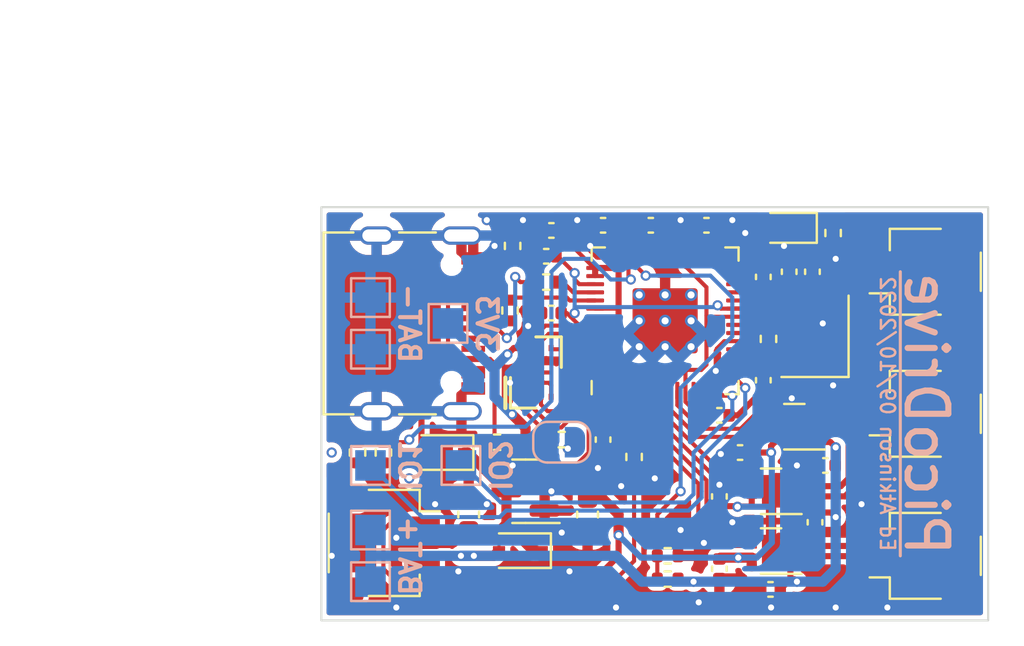
<source format=kicad_pcb>
(kicad_pcb (version 20211014) (generator pcbnew)
  (layers (0 "F.Cu" signal) (31 "B.Cu" signal) (34 "B.Paste" user) (35 "F.Paste" user) (36 "B.SilkS" user "B.Silkscreen") (37 "F.SilkS" user "F.Silkscreen") (38 "B.Mask" user) (39 "F.Mask" user) (44 "Edge.Cuts" user))
  (net 0 "")
  (net 1 "+3V3")
  (net 2 "/IBUS")
  (net 3 "GND")
  (net 4 "/M1+")
  (net 5 "/M1-")
  (net 6 "/M2+")
  (net 7 "/M2-")
  (net 8 "/M3+")
  (net 9 "/M3-")
  (net 10 "+BATT")
  (net 11 "QSPI_SS")
  (net 12 "QSPI_D1")
  (net 13 "QSPI_D2")
  (net 14 "QSPI_D0")
  (net 15 "QSPI_SCLK")
  (net 16 "QSPI_D3")
  (net 23 "+1V1")
  (net 36 "Net-(P1-PadA5)")
  (net 37 "Net-(P1-PadB5)")
  (net 38 "Net-(R4-Pad1)")
  (net 39 "USB_DP")
  (net 40 "USB_DM")
  (net 41 "Net-(R6-Pad2)")
  (net 42 "/IO_1")
  (net 43 "/IO_2")
  (net 44 "Net-(C1-Pad1)")
  (net 45 "Net-(JP1-Pad1)")
  (net 46 "Net-(R7-Pad2)")
  (net 47 "/VBUS")
  (net 48 "Net-(D3-Pad1)")
  (net 49 "Net-(D3-Pad2)")
  (net 50 "/M3B")
  (net 51 "/M3A")
  (net 52 "/M2B")
  (net 53 "/M2A")
  (net 54 "/M1B")
  (net 55 "/M1A")
  (net 56 "Net-(R5-Pad2)")
  (net 59 "Net-(C5-Pad1)")
  (net 60 "Net-(C6-Pad1)")
  (net 61 "Net-(R8-Pad2)")
  (net 62 "Net-(R10-Pad2)")
  (footprint "Package_SON:WSON-8-1EP_2x2mm_P0.5mm_EP0.9x1.6mm" (layer "F.Cu") (at 164.465 68.345 180)
    (fp_text reference "U6" hide)
    (fp_text value "DRV8837")
  )
  (footprint "Resistor_SMD:R_0402_1005Metric" (layer "F.Cu") (at 164.338 57.912 -90)
    (fp_text reference "R4" hide)
    (fp_text value "1K")
  )
  (footprint "Capacitor_SMD:C_0402_1005Metric" (layer "F.Cu") (at 161.925 69.215 -90)
    (fp_text reference "C17" hide)
    (fp_text value "100n")
  )
  (footprint "Capacitor_SMD:C_0402_1005Metric" (layer "F.Cu") (at 161.925 61.6712)
    (fp_text reference "C13" hide)
    (fp_text value "100n")
  )
  (footprint "Capacitor_SMD:C_0402_1005Metric" (layer "F.Cu") (at 156.21 52.324 180)
    (fp_text reference "C11" hide)
    (fp_text value "100n")
  )
  (footprint "Capacitor_SMD:C_0603_1608Metric" (layer "F.Cu") (at 155.448 66.548 -90)
    (fp_text reference "C3" hide)
    (fp_text value "10u")
  )
  (footprint "Resistor_SMD:R_0402_1005Metric" (layer "F.Cu") (at 153.416 55.118)
    (fp_text reference "R6" hide)
    (fp_text value "27R4")
  )
  (footprint "Capacitor_SMD:C_0402_1005Metric" (layer "F.Cu") (at 162.941 63.5 180)
    (fp_text reference "C15" hide)
    (fp_text value "100n")
  )
  (footprint "Local:8-USON" (layer "F.Cu") (at 152.908 59.563 90)
    (fp_text reference "U1" hide)
    (fp_text value "W25Q32JVSS" hide)
  )
  (footprint "Capacitor_SMD:C_0402_1005Metric" (layer "F.Cu") (at 164.437 70.231 180)
    (fp_text reference "C20" hide)
    (fp_text value "100n")
  )
  (footprint "Connector_JST:JST_SH_SM02B-SRSS-TB_1x02-1MP_P1.00mm_Horizontal" (layer "F.Cu") (at 172.085 68.58 90)
    (fp_text reference "J3" hide)
    (fp_text value "M3")
  )
  (footprint "Package_SON:WSON-8-1EP_2x2mm_P0.5mm_EP0.9x1.6mm" (layer "F.Cu") (at 165.608 62.23 180)
    (fp_text reference "U4" hide)
    (fp_text value "DRV8837")
  )
  (footprint "Resistor_SMD:R_0402_1005Metric" (layer "F.Cu") (at 151.765 53.34 -90)
    (fp_text reference "R1" hide)
    (fp_text value "5K1")
  )
  (footprint "Capacitor_SMD:C_0402_1005Metric" (layer "F.Cu") (at 164.084 59.944 -90)
    (fp_text reference "C5" hide)
    (fp_text value "27p")
  )
  (footprint "Capacitor_SMD:C_0402_1005Metric" (layer "F.Cu") (at 153.67 52.578 180)
    (fp_text reference "C14" hide)
    (fp_text value "100n")
  )
  (footprint "LED_SMD:LED_0603_1608Metric" (layer "F.Cu") (at 165.227 52.451 180)
    (fp_text reference "D3" hide)
    (fp_text value "LED GREEN")
  )
  (footprint "Resistor_SMD:R_0402_1005Metric" (layer "F.Cu") (at 159.385 68.58)
    (fp_text reference "R11" hide)
    (fp_text value "1K")
  )
  (footprint "Resistor_SMD:R_0402_1005Metric" (layer "F.Cu") (at 144.145 63.5 -90)
    (fp_text reference "R9" hide)
    (fp_text value "1K")
  )
  (footprint "Crystal:Crystal_SMD_3225-4Pin_3.2x2.5mm" (layer "F.Cu") (at 166.624 57.785 90)
    (fp_text reference "Y1" hide)
    (fp_text value "Crystal_GND2")
  )
  (footprint "Package_SON:WSON-8-1EP_2x2mm_P0.5mm_EP0.9x1.6mm" (layer "F.Cu") (at 164.465 65.405 180)
    (fp_text reference "U5" hide)
    (fp_text value "DRV8837")
  )
  (footprint "Diode_SMD:D_SOD-323" (layer "F.Cu") (at 152.146 68.326 180)
    (fp_text reference "D2" hide)
    (fp_text value "1N5819")
  )
  (footprint "Diode_SMD:D_SOD-323" (layer "F.Cu") (at 148.336 63.5 180)
    (fp_text reference "D1" hide)
    (fp_text value "1N5819")
  )
  (footprint "Connector_USB:USB_C_Receptacle_Palconn_UTC16-G" (layer "F.Cu") (at 147.32 57.15 -90)
    (fp_text reference "P1" hide)
    (fp_text value "USB_C_Plug_USB2.0")
  )
  (footprint "Local:RP2040-QFN-56" (layer "F.Cu") (at 159.258 57.023 90)
    (fp_text reference "U3" hide)
    (fp_text value "RP2040")
  )
  (footprint "Resistor_SMD:R_0402_1005Metric" (layer "F.Cu") (at 154.178 62.865)
    (fp_text reference "R3" hide)
    (fp_text value "1K")
  )
  (footprint "Connector_JST:JST_SH_SM02B-SRSS-TB_1x02-1MP_P1.00mm_Horizontal" (layer "F.Cu") (at 172.085 54.61 90)
    (fp_text reference "J1" hide)
    (fp_text value "M1")
  )
  (footprint "Resistor_SMD:R_0402_1005Metric" (layer "F.Cu") (at 151.638 56.515 90)
    (fp_text reference "R5" hide)
    (fp_text value "27R4")
  )
  (footprint "Connector_JST:JST_SH_SM02B-SRSS-TB_1x02-1MP_P1.00mm_Horizontal" (layer "F.Cu") (at 172.085 61.595 90)
    (fp_text reference "J2" hide)
    (fp_text value "M2")
  )
  (footprint "Capacitor_SMD:C_0402_1005Metric" (layer "F.Cu") (at 153.67 56.642 180)
    (fp_text reference "C7" hide)
    (fp_text value "100n")
  )
  (footprint "Resistor_SMD:R_0402_1005Metric" (layer "F.Cu") (at 167.513 52.705 -90)
    (fp_text reference "R12" hide)
    (fp_text value "220R")
  )
  (footprint "Capacitor_SMD:C_0603_1608Metric" (layer "F.Cu") (at 149.606 66.548 90)
    (fp_text reference "C1" hide)
    (fp_text value "10u")
  )
  (footprint "Capacitor_SMD:C_0402_1005Metric" (layer "F.Cu") (at 161.925 65.659 90)
    (fp_text reference "C16" hide)
    (fp_text value "100n")
  )
  (footprint "Capacitor_SMD:C_0402_1005Metric" (layer "F.Cu") (at 158.5555 52.324)
    (fp_text reference "C8" hide)
    (fp_text value "1u")
  )
  (footprint "Capacitor_SMD:C_0402_1005Metric" (layer "F.Cu") (at 166.624 66.929 -90)
    (fp_text reference "C19" hide)
    (fp_text value "100n")
  )
  (footprint "Capacitor_SMD:C_0402_1005Metric" (layer "F.Cu") (at 153.416 53.848 180)
    (fp_text reference "C2" hide)
    (fp_text value "1u")
  )
  (footprint "Resistor_SMD:R_0402_1005Metric" (layer "F.Cu") (at 151.003 62.992 180)
    (fp_text reference "R2" hide)
    (fp_text value "5K1")
  )
  (footprint "Capacitor_SMD:C_0402_1005Metric" (layer "F.Cu") (at 167.132 64.135 180)
    (fp_text reference "C18" hide)
    (fp_text value "100n")
  )
  (footprint "Capacitor_SMD:C_0402_1005Metric" (layer "F.Cu") (at 164.084 54.864 90)
    (fp_text reference "C4" hide)
    (fp_text value "100n")
  )
  (footprint "Package_TO_SOT_SMD:SOT-23" (layer "F.Cu") (at 152.4 65.405 180)
    (fp_text reference "U2" hide)
    (fp_text value "XC6206PxxxMR")
  )
  (footprint "Capacitor_SMD:C_0402_1005Metric" (layer "F.Cu") (at 165.354 54.61 90)
    (fp_text reference "C10" hide)
    (fp_text value "100n")
  )
  (footprint "Resistor_SMD:R_0402_1005Metric" (layer "F.Cu") (at 145.415 63.5 90)
    (fp_text reference "R8" hide)
    (fp_text value "3K3")
  )
  (footprint "Resistor_SMD:R_0402_1005Metric" (layer "F.Cu") (at 157.734 63.7165 90)
    (fp_text reference "R7" hide)
    (fp_text value "1K2")
  )
  (footprint "Connector_JST:JST_SH_SM03B-SRSS-TB_1x03-1MP_P1.00mm_Horizontal" (layer "F.Cu") (at 145.415 67.945 -90)
    (fp_text reference "J4" hide)
    (fp_text value "RECEIVER")
  )
  (footprint "Capacitor_SMD:C_0402_1005Metric" (layer "F.Cu") (at 161.29 52.324)
    (fp_text reference "C12" hide)
    (fp_text value "100n")
  )
  (footprint "Capacitor_SMD:C_0402_1005Metric" (layer "F.Cu") (at 156.21 62.865 -90)
    (fp_text reference "C9" hide)
    (fp_text value "100n")
  )
  (footprint "Capacitor_SMD:C_0402_1005Metric" (layer "F.Cu") (at 166.497 54.61 90)
    (fp_text reference "C6" hide)
    (fp_text value "27p")
  )
  (footprint "Resistor_SMD:R_0402_1005Metric" (layer "F.Cu") (at 159.385 69.723 180)
    (fp_text reference "R10" hide)
    (fp_text value "3K3")
  )
  (footprint "TestPoint:TestPoint_Pad_1.5x1.5mm" (layer "B.Cu") (at 144.78 55.88 180)
    (fp_text reference "TP3" hide)
    (fp_text value "BAT-")
  )
  (footprint "TestPoint:TestPoint_Pad_1.5x1.5mm" (layer "B.Cu") (at 144.78 64.135 180)
    (fp_text reference "TP5" hide)
    (fp_text value "PWM1")
  )
  (footprint "Jumper:SolderJumper-2_P1.3mm_Open_RoundedPad1.0x1.5mm" (layer "B.Cu") (at 154.178 62.992 180)
    (fp_text reference "JP1" hide)
    (fp_text value "Jumper_2_Open")
  )
  (footprint "TestPoint:TestPoint_Pad_1.5x1.5mm" (layer "B.Cu") (at 144.78 67.31 180)
    (fp_text reference "TP1" hide)
    (fp_text value "BAT+")
  )
  (footprint "TestPoint:TestPoint_Pad_1.5x1.5mm" (layer "B.Cu") (at 148.59 57.15 180)
    (fp_text reference "TP7" hide)
    (fp_text value "3V3")
  )
  (footprint "TestPoint:TestPoint_Pad_1.5x1.5mm" (layer "B.Cu") (at 144.78 58.42 180)
    (fp_text reference "TP4" hide)
    (fp_text value "BAT-")
  )
  (footprint "TestPoint:TestPoint_Pad_1.5x1.5mm" (layer "B.Cu") (at 144.78 69.85 180)
    (fp_text reference "TP2" hide)
    (fp_text value "BAT+")
  )
  (footprint "TestPoint:TestPoint_Pad_1.5x1.5mm" (layer "B.Cu") (at 149.225 64.135 180)
    (fp_text reference "TP6" hide)
    (fp_text value "PWM2")
  )
  (gr_line (start 170.815 68.58) (end 170.815 54.61) (layer "B.SilkS") (width 0.15))
  (gr_rect (start 142.367 51.435) (end 175.133 71.755) (layer "Edge.Cuts") (width 0.1) (fill none))
  (gr_text "PicoDrive" (at 172.085 61.595 270) (layer "B.SilkS") (effects (font (size 2 2) (thickness 0.3)) (justify mirror)))
  (gr_text "3V3" (at 150.495 57.15 270) (layer "B.SilkS") (effects (font (size 1 1) (thickness 0.2)) (justify mirror)))
  (gr_text "IO1" (at 146.685 64.135 270) (layer "B.SilkS") (effects (font (size 1 1) (thickness 0.2)) (justify mirror)))
  (gr_text "BAT-" (at 146.685 57.15 270) (layer "B.SilkS") (effects (font (size 1 1) (thickness 0.2)) (justify mirror)))
  (gr_text "IO2" (at 151.13 64.135 270) (layer "B.SilkS") (effects (font (size 1 1) (thickness 0.2)) (justify mirror)))
  (gr_text "BAT+" (at 146.685 68.58 270) (layer "B.SilkS") (effects (font (size 1 1) (thickness 0.2)) (justify mirror)))
  (gr_text "Ed Atkinson 09/10/2022" (at 170.18 61.595 270) (layer "B.SilkS") (effects (font (size 0.7 0.7) (thickness 0.12)) (justify mirror)))
  (via (at 142.875 63.5) (size 0.5) (drill 0.3) (layers "F.Cu" "B.Cu") (net 0))
  (via (at 146.685 64.77) (size 0.5) (drill 0.3) (layers "F.Cu" "B.Cu") (net 0))
  (segment (start 152.4 62.286172) (end 151.734523 61.620695) (width 0.5) (layer "F.Cu") (net 1))
  (segment (start 156.972 59.182) (end 156.972 56.896) (width 0.3) (layer "F.Cu") (net 1))
  (segment (start 162.6955 56.823) (end 161.344 56.823) (width 0.2) (layer "F.Cu") (net 1))
  (segment (start 156.972 56.896) (end 156.972 56.388) (width 0.3) (layer "F.Cu") (net 1))
  (segment (start 156.972 66.548) (end 156.197 65.773) (width 0.5) (layer "F.Cu") (net 1))
  (segment (start 146.74 68.945) (end 147.899 70.104) (width 0.3) (layer "F.Cu") (net 1))
  (segment (start 155.55048 63.52452) (end 155.55048 62.20548) (width 0.3) (layer "F.Cu") (net 1))
  (segment (start 156.972 68.072) (end 156.972 67.564) (width 0.3) (layer "F.Cu") (net 1))
  (segment (start 156.60848 59.907514) (end 156.60848 60.4605) (width 0.3) (layer "F.Cu") (net 1))
  (segment (start 151.683489 58.501511) (end 151.511 58.674) (width 0.3) (layer "F.Cu") (net 1))
  (segment (start 160.258 52.7885) (end 160.7225 52.324) (width 0.2) (layer "F.Cu") (net 1))
  (segment (start 156.956574 68.595426) (end 155.448 70.104) (width 0.3) (layer "F.Cu") (net 1))
  (segment (start 163.421 63.5) (end 164.465 63.5) (width 0.3) (layer "F.Cu") (net 1))
  (segment (start 152.4 62.286172) (end 152.4 63.5175) (width 0.5) (layer "F.Cu") (net 1))
  (segment (start 160.258 59.452) (end 160.274 59.436) (width 0.2) (layer "F.Cu") (net 1))
  (segment (start 162.814 66.167) (end 162.826 66.155) (width 0.3) (layer "F.Cu") (net 1))
  (segment (start 160.258 53.5855) (end 160.258 54.372) (width 0.2) (layer "F.Cu") (net 1))
  (segment (start 152.4 63.5175) (end 153.3375 64.455) (width 0.5) (layer "F.Cu") (net 1))
  (segment (start 160.258 53.5855) (end 160.258 52.7885) (width 0.2) (layer "F.Cu") (net 1))
  (segment (start 161.925 68.735) (end 161.990489 68.669511) (width 0.5) (layer "F.Cu") (net 1))
  (segment (start 153.3375 64.455) (end 154.62 64.455) (width 0.5) (layer "F.Cu") (net 1))
  (segment (start 161.344 56.823) (end 161.29 56.769) (width 0.2) (layer "F.Cu") (net 1))
  (segment (start 156.899 56.823) (end 156.972 56.896) (width 0.2) (layer "F.Cu") (net 1))
  (segment (start 147.899 70.104) (end 154.94 70.104) (width 0.3) (layer "F.Cu") (net 1))
  (segment (start 164.465 63.5) (end 164.465 63.173) (width 0.3) (layer "F.Cu") (net 1))
  (segment (start 156.658 54.188006) (end 156.658 53.5855) (width 0.2) (layer "F.Cu") (net 1))
  (segment (start 155.8205 56.423) (end 156.937 56.423) (width 0.2) (layer "F.Cu") (net 1))
  (segment (start 156.972 56.388) (end 156.972 54.864) (width 0.3) (layer "F.Cu") (net 1))
  (segment (start 164.658 62.48) (end 164.658 62.98) (width 0.3) (layer "F.Cu") (net 1))
  (segment (start 156.972 54.864) (end 156.972 54.502006) (width 0.3) (layer "F.Cu") (net 1))
  (segment (start 161.036 59.436) (end 161.29 59.182) (width 0.2) (layer "F.Cu") (net 1))
  (segment (start 156.892994 54.423) (end 156.658 54.188006) (width 0.3) (layer "F.Cu") (net 1))
  (segment (start 155.55048 62.20548) (end 155.6425 62.2975) (width 0.3) (layer "F.Cu") (net 1))
  (segment (start 155.448 70.104) (end 154.94 70.104) (width 0.3) (layer "F.Cu") (net 1))
  (segment (start 160.258 61.0035) (end 160.9765 61.722) (width 0.2) (layer "F.Cu") (net 1))
  (segment (start 154.2375 52.8915) (end 155.769 54.423) (width 0.2) (layer "F.Cu") (net 1))
  (segment (start 162.6955 56.823) (end 163.822141 56.823) (width 0.2) (layer "F.Cu") (net 1))
  (segment (start 160.274 59.436) (end 157.226 59.436) (width 0.3) (layer "F.Cu") (net 1))
  (segment (start 162.786 66.139) (end 162.814 66.167) (width 0.3) (layer "F.Cu") (net 1))
  (segment (start 163.515 65.655) (end 163.515 66.155) (width 0.3) (layer "F.Cu") (net 1))
  (segment (start 163.515 69.095) (end 163.515 68.669511) (width 0.5) (layer "F.Cu") (net 1))
  (segment (start 156.658 52.4435) (end 156.7775 52.324) (width 0.2) (layer "F.Cu") (net 1))
  (segment (start 156.60848 52.49302) (end 156.7775 52.324) (width 0.3) (layer "F.Cu") (net 1))
  (segment (start 160.258 60.4605) (end 160.258 59.452) (width 0.2) (layer "F.Cu") (net 1))
  (segment (start 161.990489 68.669511) (end 162.851489 68.669511) (width 0.5) (layer "F.Cu") (net 1))
  (segment (start 152.158 58.363) (end 151.822 58.363) (width 0.3) (layer "F.Cu") (net 1))
  (segment (start 164.465 63.173) (end 164.658 62.98) (width 0.3) (layer "F.Cu") (net 1))
  (segment (start 157.988 52.324) (end 156.7775 52.324) (width 0.3) (layer "F.Cu") (net 1))
  (segment (start 165.354 55.291141) (end 165.354 55.1775) (width 0.2) (layer "F.Cu") (net 1))
  (segment (start 160.29 54.372) (end 160.258 54.372) (width 0.2) (layer "F.Cu") (net 1))
  (segment (start 156.972 54.502006) (end 156.892994 54.423) (width 0.3) (layer "F.Cu") (net 1))
  (segment (start 160.258 60.4605) (end 160.258 61.0035) (width 0.2) (layer "F.Cu") (net 1))
  (segment (start 155.55048 62.20548) (end 155.55048 60.965514) (width 0.3) (layer "F.Cu") (net 1))
  (segment (start 161.29 57.15) (end 161.29 56.769) (width 0.2) (layer "F.Cu") (net 1))
  (segment (start 156.60848 54.138486) (end 156.60848 52.49302) (width 0.3) (layer "F.Cu") (net 1))
  (segment (start 161.29 56.769) (end 161.29 55.372) (width 0.2) (layer "F.Cu") (net 1))
  (segment (start 155.8205 54.423) (end 156.892994 54.423) (width 0.3) (layer "F.Cu") (net 1))
  (segment (start 161.925 66.139) (end 162.786 66.139) (width 0.3) (layer "F.Cu") (net 1))
  (segment (start 154.2375 52.578) (end 154.2375 52.8915) (width 0.2) (layer "F.Cu") (net 1))
  (segment (start 157.099 59.416994) (end 156.60848 59.907514) (width 0.3) (layer "F.Cu") (net 1))
  (segment (start 163.822141 56.823) (end 165.354 55.291141) (width 0.2) (layer "F.Cu") (net 1))
  (segment (start 161.29 59.182) (end 161.29 57.15) (width 0.2) (layer "F.Cu") (net 1))
  (segment (start 154.62 64.455) (end 155.448 65.283) (width 0.5) (layer "F.Cu") (net 1))
  (segment (start 155.769 54.423) (end 155.8205 54.423) (width 0.2) (layer "F.Cu") (net 1))
  (segment (start 161.29 55.372) (end 160.29 54.372) (width 0.2) (layer "F.Cu") (net 1))
  (segment (start 161.7385 61.722) (end 160.9765 61.722) (width 0.2) (layer "F.Cu") (net 1))
  (segment (start 156.972 68.58) (end 156.956574 68.595426) (width 0.3) (layer "F.Cu") (net 1))
  (segment (start 155.448 65.773) (end 156.197 65.773) (width 0.5) (layer "F.Cu") (net 1))
  (segment (start 155.8205 56.823) (end 156.899 56.823) (width 0.2) (layer "F.Cu") (net 1))
  (segment (start 155.8205 54.423) (end 155.8205 54.77348) (width 0.3) (layer "F.Cu") (net 1))
  (segment (start 156.972 68.072) (end 156.972 68.58) (width 0.3) (layer "F.Cu") (net 1))
  (segment (start 160.274 59.436) (end 161.036 59.436) (width 0.2) (layer "F.Cu") (net 1))
  (segment (start 151.822 58.363) (end 151.683489 58.501511) (width 0.3) (layer "F.Cu") (net 1))
  (segment (start 162.851489 68.669511) (end 163.515 68.669511) (width 0.5) (layer "F.Cu") (net 1))
  (segment (start 157.099 59.309) (end 156.972 59.182) (width 0.3) (layer "F.Cu") (net 1))
  (segment (start 155.55048 60.965514) (end 156.60848 59.907514) (width 0.3) (layer "F.Cu") (net 1))
  (segment (start 156.937 56.423) (end 156.972 56.388) (width 0.2) (layer "F.Cu") (net 1))
  (segment (start 155.55048 63.52452) (end 154.62 64.455) (width 0.3) (layer "F.Cu") (net 1))
  (segment (start 156.972 66.548) (end 156.972 67.564) (width 0.5) (layer "F.Cu") (net 1))
  (segment (start 155.6425 62.2975) (end 156.21 62.2975) (width 0.3) (layer "F.Cu") (net 1))
  (segment (start 157.099 59.309) (end 157.099 59.416994) (width 0.3) (layer "F.Cu") (net 1))
  (segment (start 155.448 65.773) (end 155.448 65.283) (width 0.5) (layer "F.Cu") (net 1))
  (segment (start 162.826 66.155) (end 163.515 66.155) (width 0.3) (layer "F.Cu") (net 1))
  (segment (start 157.226 59.436) (end 157.099 59.309) (width 0.3) (layer "F.Cu") (net 1))
  (segment (start 155.273 65.598) (end 155.448 65.773) (width 0.5) (layer "F.Cu") (net 1))
  (via (at 162.814 66.167) (size 0.5) (drill 0.3) (layers "F.Cu" "B.Cu") (net 1))
  (via (at 151.736108 61.619111) (size 0.5) (drill 0.3) (layers "F.Cu" "B.Cu") (net 1))
  (via (at 151.511 58.674) (size 0.5) (drill 0.3) (layers "F.Cu" "B.Cu") (net 1))
  (via (at 162.851489 68.669511) (size 0.5) (drill 0.3) (layers "F.Cu" "B.Cu") (net 1))
  (via (at 164.465 63.5) (size 0.5) (drill 0.3) (layers "F.Cu" "B.Cu") (net 1))
  (via (at 156.972 67.564) (size 0.5) (drill 0.3) (layers "F.Cu" "B.Cu") (net 1))
  (segment (start 163.755915 68.669511) (end 163.964713 68.460713) (width 0.3) (layer "B.Cu") (net 1))
  (segment (start 164.501947 63.536947) (end 164.465 63.5) (width 0.3) (layer "B.Cu") (net 1))
  (segment (start 150.876 59.309) (end 150.876 60.759003) (width 0.5) (layer "B.Cu") (net 1))
  (segment (start 162.814 66.167) (end 164.411894 66.167) (width 0.3) (layer "B.Cu") (net 1))
  (segment (start 164.501947 66.638053) (end 164.501947 66.076947) (width 0.3) (layer "B.Cu") (net 1))
  (segment (start 163.964713 68.460713) (end 164.501947 67.923479) (width 0.3) (layer "B.Cu") (net 1))
  (segment (start 162.851489 68.669511) (end 163.755915 68.669511) (width 0.3) (layer "B.Cu") (net 1))
  (segment (start 164.411894 66.167) (end 164.501947 66.076947) (width 0.3) (layer "B.Cu") (net 1))
  (segment (start 164.501947 67.923479) (end 164.501947 66.638053) (width 0.3) (layer "B.Cu") (net 1))
  (segment (start 151.511 58.674) (end 150.876 59.309) (width 0.5) (layer "B.Cu") (net 1))
  (segment (start 158.077511 68.669511) (end 162.851489 68.669511) (width 0.3) (layer "B.Cu") (net 1))
  (segment (start 150.749 59.309) (end 150.876 59.309) (width 0.5) (layer "B.Cu") (net 1))
  (segment (start 148.59 57.15) (end 150.749 59.309) (width 0.5) (layer "B.Cu") (net 1))
  (segment (start 164.501947 66.638053) (end 164.501947 63.536947) (width 0.3) (layer "B.Cu") (net 1))
  (segment (start 163.83 68.595426) (end 163.964713 68.460713) (width 0.3) (layer "B.Cu") (net 1))
  (segment (start 156.972 67.564) (end 158.077511 68.669511) (width 0.3) (layer "B.Cu") (net 1))
  (segment (start 150.876 60.759003) (end 151.736108 61.619111) (width 0.5) (layer "B.Cu") (net 1))
  (segment (start 157.058 60.4605) (end 157.058 63.638) (width 0.2) (layer "F.Cu") (net 2))
  (segment (start 145.415 69.215) (end 145.415 67.31) (width 0.2) (layer "F.Cu") (net 2))
  (segment (start 157.058 63.638) (end 157.734 64.314) (width 0.2) (layer "F.Cu") (net 2))
  (segment (start 157.734 64.314) (end 157.734 68.834) (width 0.2) (layer "F.Cu") (net 2))
  (segment (start 155.956 70.612) (end 146.812 70.612) (width 0.2) (layer "F.Cu") (net 2))
  (segment (start 145.78 66.945) (end 146.74 66.945) (width 0.2) (layer "F.Cu") (net 2))
  (segment (start 145.415 67.31) (end 145.78 66.945) (width 0.2) (layer "F.Cu") (net 2))
  (segment (start 146.812 70.612) (end 145.415 69.215) (width 0.2) (layer "F.Cu") (net 2))
  (segment (start 157.734 68.834) (end 155.956 70.612) (width 0.2) (layer "F.Cu") (net 2))
  (segment (start 165.735 62.357) (end 165.608 62.23) (width 0.3) (layer "F.Cu") (net 3))
  (segment (start 165.735 64.135) (end 165.735 64.335) (width 0.3) (layer "F.Cu") (net 3))
  (segment (start 164.465 65.405) (end 164.465 68.345) (width 0.3) (layer "F.Cu") (net 3))
  (segment (start 165.415 67.595) (end 164.840978 67.595) (width 0.3) (layer "F.Cu") (net 3))
  (segment (start 165.354 53.594) (end 165.1 53.34) (width 0.2) (layer "F.Cu") (net 3))
  (segment (start 162.6955 58.023) (end 162.163705 58.023) (width 0.2) (layer "F.Cu") (net 3))
  (segment (start 162.405 61.6712) (end 162.8368 61.6712) (width 0.3) (layer "F.Cu") (net 3))
  (segment (start 153.658 60.21) (end 153.67 60.198) (width 0.2) (layer "F.Cu") (net 3))
  (segment (start 164.493 60.833) (end 164.084 60.424) (width 0.3) (layer "F.Cu") (net 3))
  (segment (start 165.354 54.13) (end 165.354 53.594) (width 0.2) (layer "F.Cu") (net 3))
  (segment (start 151.765 52.83) (end 152.938 52.83) (width 0.5) (layer "F.Cu") (net 3))
  (segment (start 153.67 60.198) (end 153.543 60.071) (width 0.2) (layer "F.Cu") (net 3))
  (segment (start 153.162 56.642) (end 152.527 57.277) (width 0.2) (layer "F.Cu") (net 3))
  (segment (start 150.266 53.95) (end 150.876 53.34) (width 0.3) (layer "F.Cu") (net 3))
  (segment (start 151.386 52.83) (end 150.876 53.34) (width 0.3) (layer "F.Cu") (net 3))
  (segment (start 164.465 67.970978) (end 164.465 68.345) (width 0.3) (layer "F.Cu") (net 3))
  (segment (start 166.128 61.48) (end 165.481 60.833) (width 0.3) (layer "F.Cu") (net 3))
  (segment (start 165.608 62.23) (end 165.608 60.96) (width 0.3) (layer "F.Cu") (net 3))
  (segment (start 153.19 56.642) (end 153.162 56.642) (width 0.2) (layer "F.Cu") (net 3))
  (segment (start 149.83 53.95) (end 150.266 53.95) (width 0.3) (layer "F.Cu") (net 3))
  (segment (start 165.735 64.135) (end 165.735 62.357) (width 0.3) (layer "F.Cu") (net 3))
  (segment (start 152.936 53.848) (end 152.936 52.832) (width 0.5) (layer "F.Cu") (net 3))
  (segment (start 152.938 52.83) (end 153.19 52.578) (width 0.5) (layer "F.Cu") (net 3))
  (segment (start 162.8368 61.6712) (end 164.084 60.424) (width 0.3) (layer "F.Cu") (net 3))
  (segment (start 165.1 54.2965) (end 165.354 54.0425) (width 0.3) (layer "F.Cu") (net 3))
  (segment (start 164.465 64.897) (end 164.707 64.655) (width 0.3) (layer "F.Cu") (net 3))
  (segment (start 165.42 62.48) (end 165.42 62.98) (width 0.3) (layer "F.Cu") (net 3))
  (segment (start 161.798 59.43602) (end 161.747212 59.486808) (width 0.2) (layer "F.Cu") (net 3))
  (segment (start 159.766 52.324) (end 160.02 52.07) (width 0.2) (layer "F.Cu") (net 3))
  (segment (start 165.608 60.96) (end 165.481 60.833) (width 0.3) (layer "F.Cu") (net 3))
  (segment (start 161.798 58.388705) (end 161.798 59.43602) (width 0.2) (layer "F.Cu") (net 3))
  (segment (start 164.707 64.655) (end 165.415 64.655) (width 0.3) (layer "F.Cu") (net 3))
  (segment (start 164.840978 67.595) (end 164.465 67.970978) (width 0.3) (layer "F.Cu") (net 3))
  (segment (start 166.558 61.48) (end 166.128 61.48) (width 0.3) (layer "F.Cu") (net 3))
  (segment (start 153.543 60.071) (end 151.638 60.071) (width 0.2) (layer "F.Cu") (net 3))
  (segment (start 162.163705 58.023) (end 161.798 58.388705) (width 0.2) (layer "F.Cu") (net 3))
  (segment (start 164.084 54.384) (end 165.1 54.384) (width 0.2) (layer "F.Cu") (net 3))
  (segment (start 165.481 60.833) (end 164.493 60.833) (width 0.3) (layer "F.Cu") (net 3))
  (segment (start 165.735 64.335) (end 165.415 64.655) (width 0.3) (layer "F.Cu") (net 3))
  (segment (start 152.936 52.832) (end 153.19 52.578) (width 0.5) (layer "F.Cu") (net 3))
  (segment (start 159.123 52.324) (end 159.766 52.324) (width 0.2) (layer "F.Cu") (net 3))
  (segment (start 166.652 64.135) (end 165.735 64.135) (width 0.3) (layer "F.Cu") (net 3))
  (segment (start 151.765 52.83) (end 151.386 52.83) (width 0.3) (layer "F.Cu") (net 3))
  (segment (start 164.465 65.405) (end 164.465 64.897) (width 0.3) (layer "F.Cu") (net 3))
  (segment (start 153.658 60.763) (end 153.658 60.21) (width 0.2) (layer "F.Cu") (net 3))
  (segment (start 165.1 54.384) (end 165.354 54.13) (width 0.2) (layer "F.Cu") (net 3))
  (via (at 162.56 66.929) (size 0.5) (drill 0.3) (layers "F.Cu" "B.Cu") (net 3))
  (via (at 165.735 64.135) (size 0.5) (drill 0.3) (layers "F.Cu" "B.Cu") (net 3))
  (via (at 167.513 60.198) (size 0.5) (drill 0.3) (layers "F.Cu" "B.Cu") (net 3))
  (via (at 146.05 67.691) (size 0.5) (drill 0.3) (layers "F.Cu" "B.Cu") (net 3))
  (via (at 165.481 60.833) (size 0.5) (drill 0.3) (layers "F.Cu" "B.Cu") (net 3))
  (via (at 167.64 71.12) (size 0.5) (drill 0.3) (layers "F.Cu" "B.Cu") (net 3))
  (via (at 150.876 53.34) (size 0.5) (drill 0.3) (layers "F.Cu" "B.Cu") (net 3))
  (via (at 170.18 71.12) (size 0.5) (drill 0.3) (layers "F.Cu" "B.Cu") (net 3))
  (via (at 161.163 67.945) (size 0.5) (drill 0.3) (layers "F.Cu" "B.Cu") (net 3))
  (via (at 154.559 69.342) (size 0.5) (drill 0.3) (layers "F.Cu" "B.Cu") (net 3))
  (via (at 150.495 52.07) (size 0.5) (drill 0.3) (layers "F.Cu" "B.Cu") (net 3))
  (via (at 151.638 60.071) (size 0.5) (drill 0.3) (layers "F.Cu" "B.Cu") (net 3))
  (via (at 156.845 71.12) (size 0.5) (drill 0.3) (layers "F.Cu" "B.Cu") (net 3))
  (via (at 154.94 52.07) (size 0.5) (drill 0.3) (layers "F.Cu" "B.Cu") (net 3))
  (via (at 142.875 68.58) (size 0.5) (drill 0.3) (layers "F.Cu" "B.Cu") (net 3))
  (via (at 147.955 66.04) (size 0.5) (drill 0.3) (layers "F.Cu" "B.Cu") (net 3))
  (via (at 160.02 67.31) (size 0.5) (drill 0.3) (layers "F.Cu" "B.Cu") (net 3))
  (via (at 163.195 52.705) (size 0.5) (drill 0.3) (layers "F.Cu" "B.Cu") (net 3))
  (via (at 155.575 53.34) (size 0.5) (drill 0.3) (layers "F.Cu" "B.Cu") (net 3))
  (via (at 161.747212 59.486808) (size 0.5) (drill 0.3) (layers "F.Cu" "B.Cu") (net 3))
  (via (at 158.75 64.77) (size 0.5) (drill 0.3) (layers "F.Cu" "B.Cu") (net 3))
  (via (at 154.178 67.437) (size 0.5) (drill 0.3) (layers "F.Cu" "B.Cu") (net 3))
  (via (at 152.527 57.277) (size 0.5) (drill 0.3) (layers "F.Cu" "B.Cu") (net 3))
  (via (at 153.67 65.405) (size 0.5) (drill 0.3) (layers "F.Cu" "B.Cu") (net 3))
  (via (at 157.099 65.151) (size 0.5) (drill 0.3) (layers "F.Cu" "B.Cu") (net 3))
  (via (at 165.1 53.34) (size 0.5) (drill 0.3) (layers "F.Cu" "B.Cu") (net 3))
  (via (at 162.56 52.07) (size 0.5) (drill 0.3) (layers "F.Cu" "B.Cu") (net 3))
  (via (at 164.465 71.12) (size 0.5) (drill 0.3) (layers "F.Cu" "B.Cu") (net 3))
  (via (at 168.91 66.04) (size 0.5) (drill 0.3) (layers "F.Cu" "B.Cu") (net 3))
  (via (at 160.02 52.07) (size 0.5) (drill 0.3) (layers "F.Cu" "B.Cu") (net 3))
  (via (at 160.909 70.866) (size 0.5) (drill 0.3) (layers "F.Cu" "B.Cu") (net 3))
  (via (at 161.996056 63.571056) (size 0.5) (drill 0.3) (layers "F.Cu" "B.Cu") (net 3))
  (via (at 150.495 66.04) (size 0.5) (drill 0.3) (layers "F.Cu" "B.Cu") (net 3))
  (via (at 155.956 64.262) (size 0.5) (drill 0.3) (layers "F.Cu" "B.Cu") (net 3))
  (via (at 167.64 53.975) (size 0.5) (drill 0.3) (layers "F.Cu" "B.Cu") (net 3))
  (via (at 151.765 64.135) (size 0.5) (drill 0.3) (layers "F.Cu" "B.Cu") (net 3))
  (via (at 167.005 57.15) (size 0.5) (drill 0.3) (layers "F.Cu" "B.Cu") (net 3))
  (via (at 161.926757 65.084019) (size 0.5) (drill 0.3) (layers "F.Cu" "B.Cu") (net 3))
  (via (at 146.05 71.12) (size 0.5) (drill 0.3) (layers "F.Cu" "B.Cu") (net 3))
  (via (at 149.098 69.342) (size 0.5) (drill 0.3) (layers "F.Cu" "B.Cu") (net 3))
  (via (at 152.273 52.07) (size 0.5) (drill 0.3) (layers "F.Cu" "B.Cu") (net 3))
  (segment (start 166.558 62.48) (end 167.318573 62.48) (width 0.3) (layer "F.Cu") (net 4))
  (segment (start 169.40952 59.055001) (end 169.40952 55.78548) (width 0.3) (layer "F.Cu") (net 4))
  (segment (start 168.068093 61.730479) (end 168.068092 61.238336) (width 0.3) (layer "F.Cu") (net 4))
  (segment (start 169.409519 59.896909) (end 169.40952 59.055001) (width 0.3) (layer "F.Cu") (net 4))
  (segment (start 167.318573 62.48) (end 168.068093 61.730479) (width 0.3) (layer "F.Cu") (net 4))
  (segment (start 168.068092 61.238336) (end 169.409519 59.896909) (width 0.3) (layer "F.Cu") (net 4))
  (segment (start 169.40952 55.78548) (end 170.085 55.11) (width 0.3) (layer "F.Cu") (net 4))
  (segment (start 168.91 54.803573) (end 169.603573 54.11) (width 0.3) (layer "F.Cu") (net 5))
  (segment (start 169.603573 54.11) (end 170.085 54.11) (width 0.3) (layer "F.Cu") (net 5))
  (segment (start 167.157511 61.930489) (end 167.161656 61.930489) (width 0.3) (layer "F.Cu") (net 5))
  (segment (start 167.568573 61.523572) (end 167.568573 61.031427) (width 0.3) (layer "F.Cu") (net 5))
  (segment (start 167.568573 61.031427) (end 168.91 59.69) (width 0.3) (layer "F.Cu") (net 5))
  (segment (start 167.108 61.98) (end 167.157511 61.930489) (width 0.3) (layer "F.Cu") (net 5))
  (segment (start 166.558 61.98) (end 167.108 61.98) (width 0.3) (layer "F.Cu") (net 5))
  (segment (start 168.91 59.69) (end 168.91 54.803573) (width 0.3) (layer "F.Cu") (net 5))
  (segment (start 167.161656 61.930489) (end 167.568573 61.523572) (width 0.3) (layer "F.Cu") (net 5))
  (segment (start 168.77452 62.436908) (end 169.116428 62.095) (width 0.3) (layer "F.Cu") (net 6))
  (segment (start 168.096427 65.655) (end 168.77452 64.976907) (width 0.3) (layer "F.Cu") (net 6))
  (segment (start 165.415 65.655) (end 168.096427 65.655) (width 0.3) (layer "F.Cu") (net 6))
  (segment (start 169.116428 62.095) (end 170.085 62.095) (width 0.3) (layer "F.Cu") (net 6))
  (segment (start 168.77452 64.976907) (end 168.77452 62.436908) (width 0.3) (layer "F.Cu") (net 6))
  (segment (start 168.275 62.23) (end 169.41 61.095) (width 0.3) (layer "F.Cu") (net 7))
  (segment (start 167.89 65.155) (end 168.275 64.77) (width 0.3) (layer "F.Cu") (net 7))
  (segment (start 165.415 65.155) (end 167.89 65.155) (width 0.3) (layer "F.Cu") (net 7))
  (segment (start 168.275 64.77) (end 168.275 62.23) (width 0.3) (layer "F.Cu") (net 7))
  (segment (start 169.41 61.095) (end 170.085 61.095) (width 0.3) (layer "F.Cu") (net 7))
  (segment (start 168.745 69.08) (end 170.085 69.08) (width 0.3) (layer "F.Cu") (net 8))
  (segment (start 165.415 68.595) (end 168.26 68.595) (width 0.3) (layer "F.Cu") (net 8))
  (segment (start 168.26 68.595) (end 168.745 69.08) (width 0.3) (layer "F.Cu") (net 8))
  (segment (start 170.085 68.08) (end 170.07 68.095) (width 0.2) (layer "F.Cu") (net 9))
  (segment (start 170.07 68.095) (end 165.415 68.095) (width 0.3) (layer "F.Cu") (net 9))
  (segment (start 149.225 68.58) (end 150.842 68.58) (width 0.5) (layer "F.Cu") (net 10))
  (segment (start 166.624 66.449) (end 165.709 66.449) (width 0.3) (layer "F.Cu") (net 10))
  (segment (start 165.415 69.733) (end 165.618 69.733) (width 0.3) (layer "F.Cu") (net 10))
  (segment (start 167.64 63.246) (end 167.64 64.361) (width 0.5) (layer "F.Cu") (net 10))
  (segment (start 149.86 68.58) (end 149.225 68.58) (width 0.5) (layer "F.Cu") (net 10))
  (segment (start 167.414 66.449) (end 167.64 66.675) (width 0.3) (layer "F.Cu") (net 10))
  (segment (start 165.415 69.733) (end 164.917 70.231) (width 0.3) (layer "F.Cu") (net 10))
  (segment (start 166.558 62.98) (end 167.374 62.98) (width 0.3) (layer "F.Cu") (net 10))
  (segment (start 160.022 69.85) (end 159.895 69.723) (width 0.2) (layer "F.Cu") (net 10))
  (segment (start 160.655 69.85) (end 160.022 69.85) (width 0.2) (layer "F.Cu") (net 10))
  (segment (start 167.374 62.98) (end 167.64 63.246) (width 0.3) (layer "F.Cu") (net 10))
  (segment (start 165.618 69.733) (end 165.735 69.85) (width 0.3) (layer "F.Cu") (net 10))
  (segment (start 150.842 68.58) (end 151.096 68.326) (width 0.5) (layer "F.Cu") (net 10))
  (segment (start 165.709 66.449) (end 165.415 66.155) (width 0.3) (layer "F.Cu") (net 10))
  (segment (start 165.415 69.095) (end 165.415 69.733) (width 0.3) (layer "F.Cu") (net 10))
  (segment (start 166.624 66.449) (end 167.414 66.449) (width 0.3) (layer "F.Cu") (net 10))
  (via (at 149.86 68.58) (size 0.5) (drill 0.3) (layers "F.Cu" "B.Cu") (net 10))
  (via (at 149.225 68.58) (size 0.5) (drill 0.3) (layers "F.Cu" "B.Cu") (net 10))
  (via (at 167.64 66.675) (size 0.5) (drill 0.3) (layers "F.Cu" "B.Cu") (net 10))
  (via (at 167.64 63.246) (size 0.5) (drill 0.3) (layers "F.Cu" "B.Cu") (net 10))
  (via (at 160.655 69.85) (size 0.5) (drill 0.3) (layers "F.Cu" "B.Cu") (net 10))
  (via (at 165.735 69.85) (size 0.5) (drill 0.3) (layers "F.Cu" "B.Cu") (net 10))
  (segment (start 149.225 68.58) (end 156.845 68.58) (width 0.5) (layer "B.Cu") (net 10))
  (segment (start 144.78 67.31) (end 144.78 68.58) (width 0.5) (layer "B.Cu") (net 10))
  (segment (start 167.005 69.85) (end 165.735 69.85) (width 0.5) (layer "B.Cu") (net 10))
  (segment (start 144.78 68.58) (end 144.78 69.85) (width 0.5) (layer "B.Cu") (net 10))
  (segment (start 149.86 68.58) (end 144.78 68.58) (width 0.5) (layer "B.Cu") (net 10))
  (segment (start 167.64 63.246) (end 167.64 66.675) (width 0.5) (layer "B.Cu") (net 10))
  (segment (start 165.735 69.85) (end 160.655 69.85) (width 0.5) (layer "B.Cu") (net 10))
  (segment (start 149.86 68.58) (end 149.225 68.58) (width 0.5) (layer "B.Cu") (net 10))
  (segment (start 156.845 68.58) (end 158.115 69.85) (width 0.5) (layer "B.Cu") (net 10))
  (segment (start 167.64 66.675) (end 167.64 69.215) (width 0.5) (layer "B.Cu") (net 10))
  (segment (start 167.64 69.215) (end 167.005 69.85) (width 0.5) (layer "B.Cu") (net 10))
  (segment (start 158.115 69.85) (end 160.655 69.85) (width 0.5) (layer "B.Cu") (net 10))
  (segment (start 152.158 61.267034) (end 152.379483 61.488517) (width 0.2) (layer "F.Cu") (net 11))
  (segment (start 155.8205 59.623) (end 155.318006 59.623) (width 0.2) (layer "F.Cu") (net 11))
  (segment (start 152.379483 61.488517) (end 153.158005 62.267039) (width 0.2) (layer "F.Cu") (net 11))
  (segment (start 153.88696 62.26704) (end 153.63296 62.26704) (width 0.2) (layer "F.Cu") (net 11))
  (segment (start 155.318006 59.623) (end 154.977039 59.963967) (width 0.2) (layer "F.Cu") (net 11))
  (segment (start 154.157994 62.26704) (end 153.88696 62.26704) (width 0.2) (layer "F.Cu") (net 11))
  (segment (start 154.97704 61.447994) (end 154.157994 62.26704) (width 0.2) (layer "F.Cu") (net 11))
  (segment (start 153.5805 62.3195) (end 153.5805 62.865) (width 0.2) (layer "F.Cu") (net 11))
  (segment (start 153.63296 62.26704) (end 153.158005 62.267039) (width 0.2) (layer "F.Cu") (net 11))
  (segment (start 154.977039 59.963967) (end 154.97704 61.447994) (width 0.2) (layer "F.Cu") (net 11))
  (segment (start 152.158 60.763) (end 152.158 61.267034) (width 0.2) (layer "F.Cu") (net 11))
  (segment (start 153.63296 62.26704) (end 153.5805 62.3195) (width 0.2) (layer "F.Cu") (net 11))
  (segment (start 152.658 60.763) (end 152.658 61.202028) (width 0.2) (layer "F.Cu") (net 12))
  (segment (start 155.153 59.223) (end 155.8205 59.223) (width 0.2) (layer "F.Cu") (net 12))
  (segment (start 153.992508 61.86752) (end 154.57752 61.282508) (width 0.2) (layer "F.Cu") (net 12))
  (segment (start 154.577519 59.798481) (end 155.153 59.223) (width 0.2) (layer "F.Cu") (net 12))
  (segment (start 152.658 61.202028) (end 153.323492 61.86752) (width 0.2) (layer "F.Cu") (net 12))
  (segment (start 153.323492 61.86752) (end 153.992508 61.86752) (width 0.2) (layer "F.Cu") (net 12))
  (segment (start 154.57752 61.282508) (end 154.577519 59.798481) (width 0.2) (layer "F.Cu") (net 12))
  (segment (start 155.8205 58.823) (end 154.918 58.823) (width 0.2) (layer "F.Cu") (net 13))
  (segment (start 153.158 61.137022) (end 153.158 60.763) (width 0.2) (layer "F.Cu") (net 13))
  (segment (start 153.827022 61.468) (end 153.488978 61.468) (width 0.2) (layer "F.Cu") (net 13))
  (segment (start 154.178 59.563) (end 154.178 61.117022) (width 0.2) (layer "F.Cu") (net 13))
  (segment (start 154.178 61.117022) (end 153.827022 61.468) (width 0.2) (layer "F.Cu") (net 13))
  (segment (start 154.918 58.823) (end 154.178 59.563) (width 0.2) (layer "F.Cu") (net 13))
  (segment (start 153.488978 61.468) (end 153.158 61.137022) (width 0.2) (layer "F.Cu") (net 13))
  (segment (start 153.673 58.423) (end 153.658 58.408) (width 0.2) (layer "F.Cu") (net 14))
  (segment (start 153.658 58.408) (end 153.658 58.363) (width 0.2) (layer "F.Cu") (net 14))
  (segment (start 155.8205 58.423) (end 153.673 58.423) (width 0.2) (layer "F.Cu") (net 14))
  (segment (start 155.8205 58.023) (end 154.543 58.023) (width 0.2) (layer "F.Cu") (net 15))
  (segment (start 153.158 58.043) (end 153.158 58.363) (width 0.2) (layer "F.Cu") (net 15))
  (segment (start 154.178 57.658) (end 153.543 57.658) (width 0.2) (layer "F.Cu") (net 15))
  (segment (start 153.543 57.658) (end 153.158 58.043) (width 0.2) (layer "F.Cu") (net 15))
  (segment (start 154.543 58.023) (end 154.178 57.658) (width 0.2) (layer "F.Cu") (net 15))
  (segment (start 152.658 57.977994) (end 152.658 58.363) (width 0.2) (layer "F.Cu") (net 16))
  (segment (start 154.708006 57.623) (end 154.343486 57.25848) (width 0.2) (layer "F.Cu") (net 16))
  (segment (start 153.377514 57.25848) (end 152.658 57.977994) (width 0.2) (layer "F.Cu") (net 16))
  (segment (start 155.8205 57.623) (end 154.708006 57.623) (width 0.2) (layer "F.Cu") (net 16))
  (segment (start 154.343486 57.25848) (end 153.377514 57.25848) (width 0.2) (layer "F.Cu") (net 16))
  (segment (start 155.8205 55.223) (end 155.045 55.223) (width 0.2) (layer "F.Cu") (net 23))
  (segment (start 154.94 57.15) (end 155.013 57.223) (width 0.2) (layer "F.Cu") (net 23))
  (segment (start 154.94 57.15) (end 154.6225 56.8325) (width 0.2) (layer "F.Cu") (net 23))
  (segment (start 163.83 55.88) (end 163.576 56.134) (width 0.2) (layer "F.Cu") (net 23))
  (segment (start 163.41448 56.42252) (end 163.619225 56.217775) (width 0.2) (layer "F.Cu") (net 23))
  (segment (start 163.227295 56.423) (end 162.6955 56.423) (width 0.2) (layer "F.Cu") (net 23))
  (segment (start 155.045 55.223) (end 154.813 54.991) (width 0.2) (layer "F.Cu") (net 23))
  (segment (start 161.8395 56.261) (end 162.00102 56.42252) (width 0.2) (layer "F.Cu") (net 23))
  (segment (start 154.813 56.642) (end 154.6225 56.8325) (width 0.2) (layer "F.Cu") (net 23))
  (segment (start 164.084 55.4315) (end 164.084 55.626) (width 0.2) (layer "F.Cu") (net 23))
  (segment (start 162.00102 56.42252) (end 163.41448 56.42252) (width 0.2) (layer "F.Cu") (net 23))
  (segment (start 163.287 56.423) (end 162.6955 56.423) (width 0.2) (layer "F.Cu") (net 23))
  (segment (start 155.013 57.223) (end 155.8205 57.223) (width 0.2) (layer "F.Cu") (net 23))
  (segment (start 154.813 54.991) (end 154.813 54.6775) (width 0.2) (layer "F.Cu") (net 23))
  (segment (start 154.432 56.642) (end 153.9835 56.642) (width 0.2) (layer "F.Cu") (net 23))
  (segment (start 163.576 56.134) (end 163.287 56.423) (width 0.2) (layer "F.Cu") (net 23))
  (segment (start 154.813 54.6775) (end 153.9835 53.848) (width 0.2) (layer "F.Cu") (net 23))
  (segment (start 164.084 55.626) (end 163.83 55.88) (width 0.2) (layer "F.Cu") (net 23))
  (segment (start 154.6225 56.8325) (end 154.432 56.642) (width 0.2) (layer "F.Cu") (net 23))
  (via (at 161.8395 56.261) (size 0.5) (drill 0.3) (layers "F.Cu" "B.Cu") (net 23))
  (via (at 154.813 56.642) (size 0.5) (drill 0.3) (layers "F.Cu" "B.Cu") (net 23))
  (via (at 154.813 54.6775) (size 0.5) (drill 0.3) (layers "F.Cu" "B.Cu") (net 23))
  (segment (start 161.8395 56.261) (end 161.752989 56.347511) (width 0.2) (layer "B.Cu") (net 23))
  (segment (start 154.813 56.642) (end 154.813 56.388) (width 0.2) (layer "B.Cu") (net 23))
  (segment (start 161.752989 56.347511) (end 154.853489 56.347511) (width 0.2) (layer "B.Cu") (net 23))
  (segment (start 154.853489 56.347511) (end 154.813 56.388) (width 0.2) (layer "B.Cu") (net 23))
  (segment (start 154.813 54.6775) (end 154.813 56.388) (width 0.2) (layer "B.Cu") (net 23))
  (segment (start 151.13 55.429022) (end 151.13 54.5725) (width 0.2) (layer "F.Cu") (net 36))
  (segment (start 150.659022 55.9) (end 151.13 55.429022) (width 0.2) (layer "F.Cu") (net 36))
  (segment (start 151.13 54.5725) (end 151.765 53.9375) (width 0.2) (layer "F.Cu") (net 36))
  (segment (start 149.83 55.9) (end 150.659022 55.9) (width 0.2) (layer "F.Cu") (net 36))
  (segment (start 150.876 62.609) (end 150.493 62.992) (width 0.2) (layer "F.Cu") (net 37))
  (segment (start 150.659022 58.9) (end 150.876 59.116978) (width 0.2) (layer "F.Cu") (net 37))
  (segment (start 150.34 58.9) (end 150.390489 58.950489) (width 0.2) (layer "F.Cu") (net 37))
  (segment (start 149.83 58.9) (end 150.659022 58.9) (width 0.2) (layer "F.Cu") (net 37))
  (segment (start 150.876 59.116978) (end 150.876 62.609) (width 0.2) (layer "F.Cu") (net 37))
  (segment (start 149.83 58.9) (end 150.34 58.9) (width 0.2) (layer "F.Cu") (net 37))
  (segment (start 162.6955 57.223) (end 163.9925 57.223) (width 0.2) (layer "F.Cu") (net 38))
  (segment (start 163.9925 57.223) (end 164.338 57.5685) (width 0.2) (layer "F.Cu") (net 38))
  (segment (start 151.5525 56.9) (end 149.83 56.9) (width 0.2) (layer "F.Cu") (net 39))
  (segment (start 151.638 56.9855) (end 151.5525 56.9) (width 0.2) (layer "F.Cu") (net 39))
  (segment (start 152.8185 55.118) (end 152.146 55.118) (width 0.2) (layer "F.Cu") (net 40))
  (segment (start 151.481669 57.869466) (end 151.012203 57.4) (width 0.2) (layer "F.Cu") (net 40))
  (segment (start 152.146 55.118) (end 151.892 54.864) (width 0.2) (layer "F.Cu") (net 40))
  (segment (start 151.012203 57.4) (end 149.83 57.4) (width 0.2) (layer "F.Cu") (net 40))
  (via (at 151.481669 57.869466) (size 0.5) (drill 0.3) (layers "F.Cu" "B.Cu") (net 40))
  (via (at 151.892 54.864) (size 0.5) (drill 0.3) (layers "F.Cu" "B.Cu") (net 40))
  (segment (start 151.892 57.459135) (end 151.892 54.864) (width 0.2) (layer "B.Cu") (net 40))
  (segment (start 151.481669 57.869466) (end 151.892 57.459135) (width 0.2) (layer "B.Cu") (net 40))
  (segment (start 154.235006 55.118) (end 154.740006 55.623) (width 0.2) (layer "F.Cu") (net 41))
  (segment (start 154.740006 55.623) (end 155.8205 55.623) (width 0.2) (layer "F.Cu") (net 41))
  (segment (start 154.0135 55.118) (end 154.235006 55.118) (width 0.2) (layer "F.Cu") (net 41))
  (segment (start 162.6955 59.8255) (end 163.195 60.325) (width 0.2) (layer "F.Cu") (net 42))
  (segment (start 162.6955 59.623) (end 162.6955 59.8255) (width 0.2) (layer "F.Cu") (net 42))
  (via (at 163.195 60.325) (size 0.5) (drill 0.3) (layers "F.Cu" "B.Cu") (net 42))
  (segment (start 161.054519 65.712614) (end 160.820486 65.946647) (width 0.2) (layer "B.Cu") (net 42))
  (segment (start 163.195 60.325) (end 163.195 61.595) (width 0.2) (layer "B.Cu") (net 42))
  (segment (start 151.45097 66.35403) (end 151.13 66.675) (width 0.2) (layer "B.Cu") (net 42))
  (segment (start 146.05 65.405) (end 147.32 66.675) (width 0.2) (layer "B.Cu") (net 42))
  (segment (start 151.13 66.675) (end 147.32 66.675) (width 0.2) (layer "B.Cu") (net 42))
  (segment (start 144.78 64.135) (end 146.05 65.405) (width 0.2) (layer "B.Cu") (net 42))
  (segment (start 161.925 62.865) (end 161.05452 63.73548) (width 0.2) (layer "B.Cu") (net 42))
  (segment (start 160.413102 66.354031) (end 160.082129 66.35403) (width 0.2) (layer "B.Cu") (net 42))
  (segment (start 161.05452 65.405) (end 161.054519 65.712614) (width 0.2) (layer "B.Cu") (net 42))
  (segment (start 163.195 61.595) (end 161.925 62.865) (width 0.2) (layer "B.Cu") (net 42))
  (segment (start 160.082129 66.35403) (end 151.45097 66.35403) (width 0.2) (layer "B.Cu") (net 42))
  (segment (start 161.05452 63.73548) (end 161.05452 65.405) (width 0.2) (layer "B.Cu") (net 42))
  (segment (start 160.691067 66.076067) (end 160.413102 66.354031) (width 0.2) (layer "B.Cu") (net 42))
  (segment (start 160.820486 65.946647) (end 160.691067 66.076067) (width 0.2) (layer "B.Cu") (net 42))
  (segment (start 162.56 60.706) (end 162.1035 60.706) (width 0.2) (layer "F.Cu") (net 43))
  (segment (start 162.1035 60.706) (end 161.858 60.4605) (width 0.2) (layer "F.Cu") (net 43))
  (via (at 162.56 60.706) (size 0.5) (drill 0.3) (layers "F.Cu" "B.Cu") (net 43))
  (segment (start 160.655 65.547127) (end 160.247616 65.954511) (width 0.2) (layer "B.Cu") (net 43))
  (segment (start 162.56 61.595) (end 160.655001 63.499999) (width 0.2) (layer "B.Cu") (net 43))
  (segment (start 151.186638 65.954511) (end 149.367127 64.135) (width 0.2) (layer "B.Cu") (net 43))
  (segment (start 162.56 60.706) (end 162.56 61.595) (width 0.2) (layer "B.Cu") (net 43))
  (segment (start 149.367127 64.135) (end 149.225 64.135) (width 0.2) (layer "B.Cu") (net 43))
  (segment (start 160.247616 65.954511) (end 151.186638 65.954511) (width 0.2) (layer "B.Cu") (net 43))
  (segment (start 160.655001 63.499999) (end 160.655 65.547127) (width 0.2) (layer "B.Cu") (net 43))
  (segment (start 152.942 68.326) (end 152.781 68.326) (width 0.5) (layer "F.Cu") (net 44))
  (segment (start 149.386 63.5) (end 149.5575 63.5) (width 0.5) (layer "F.Cu") (net 44))
  (segment (start 151.4625 67.0075) (end 151.4625 65.405) (width 0.5) (layer "F.Cu") (net 44))
  (segment (start 151.4625 67.0075) (end 151.147 67.323) (width 0.5) (layer "F.Cu") (net 44))
  (segment (start 149.5575 63.5) (end 150.0655 64.008) (width 0.5) (layer "F.Cu") (net 44))
  (segment (start 152.781 68.326) (end 151.4625 67.0075) (width 0.5) (layer "F.Cu") (net 44))
  (segment (start 150.0655 64.008) (end 151.4625 65.405) (width 0.5) (layer "F.Cu") (net 44))
  (segment (start 151.147 67.323) (end 149.606 67.323) (width 0.5) (layer "F.Cu") (net 44))
  (segment (start 154.688 63.095714) (end 154.688 62.865) (width 0.2) (layer "F.Cu") (net 45))
  (segment (start 154.4775 63.306214) (end 154.688 63.095714) (width 0.2) (layer "F.Cu") (net 45))
  (via (at 154.4775 63.306214) (size 0.5) (drill 0.3) (layers "F.Cu" "B.Cu") (net 45))
  (segment (start 154.4775 63.306214) (end 154.513786 63.306214) (width 0.25) (layer "B.Cu") (net 45))
  (segment (start 154.513786 63.306214) (end 154.828 62.992) (width 0.25) (layer "B.Cu") (net 45))
  (segment (start 154.94 62.983761) (end 154.617547 63.306214) (width 0.25) (layer "B.Cu") (net 45))
  (segment (start 154.617547 63.306214) (end 154.4775 63.306214) (width 0.25) (layer "B.Cu") (net 45))
  (segment (start 157.458 62.843) (end 157.734 63.119) (width 0.2) (layer "F.Cu") (net 46))
  (segment (start 157.458 60.4605) (end 157.458 62.843) (width 0.2) (layer "F.Cu") (net 46))
  (segment (start 149.83 59.55) (end 149.629511 59.349511) (width 0.2) (layer "F.Cu") (net 47))
  (segment (start 147.286 60.359) (end 148.59 59.055) (width 0.3) (layer "F.Cu") (net 47))
  (segment (start 148.59 55.626) (end 148.59 55.245) (width 0.2) (layer "F.Cu") (net 47))
  (segment (start 146.776 64.01) (end 147.286 63.5) (width 0.2) (layer "F.Cu") (net 47))
  (segment (start 148.884511 59.349511) (end 148.59 59.055) (width 0.2) (layer "F.Cu") (net 47))
  (segment (start 147.286 60.359) (end 147.286 63.5) (width 0.3) (layer "F.Cu") (net 47))
  (segment (start 149.629511 54.950489) (end 149.83 54.75) (width 0.2) (layer "F.Cu") (net 47))
  (segment (start 148.59 55.245) (end 148.884511 54.950489) (width 0.2) (layer "F.Cu") (net 47))
  (segment (start 148.59 55.626) (end 148.59 59.055) (width 0.2) (layer "F.Cu") (net 47))
  (segment (start 145.415 64.01) (end 146.776 64.01) (width 0.2) (layer "F.Cu") (net 47))
  (segment (start 148.884511 54.950489) (end 149.629511 54.950489) (width 0.2) (layer "F.Cu") (net 47))
  (segment (start 149.629511 59.349511) (end 148.884511 59.349511) (width 0.2) (layer "F.Cu") (net 47))
  (segment (start 166.2705 52.195) (end 166.0145 52.451) (width 0.2) (layer "F.Cu") (net 48))
  (segment (start 167.513 52.195) (end 166.2705 52.195) (width 0.2) (layer "F.Cu") (net 48))
  (segment (start 162.6955 54.423) (end 162.6955 54.1075) (width 0.2) (layer "F.Cu") (net 49))
  (segment (start 162.6955 54.1075) (end 164.352 52.451) (width 0.2) (layer "F.Cu") (net 49))
  (segment (start 161.29 66.675) (end 161.29 64.86053) (width 0.2) (layer "F.Cu") (net 50))
  (segment (start 163.515 67.595) (end 162.21 67.595) (width 0.2) (layer "F.Cu") (net 50))
  (segment (start 161.29 64.86053) (end 158.258 61.82853) (width 0.2) (layer "F.Cu") (net 50))
  (segment (start 162.21 67.595) (end 161.29 66.675) (width 0.2) (layer "F.Cu") (net 50))
  (segment (start 158.258 61.82853) (end 158.258 60.4605) (width 0.2) (layer "F.Cu") (net 50))
  (segment (start 162.144994 68.095) (end 163.515 68.095) (width 0.2) (layer "F.Cu") (net 51))
  (segment (start 160.890481 66.840487) (end 162.144994 68.095) (width 0.2) (layer "F.Cu") (net 51))
  (segment (start 157.858 60.4605) (end 157.858 61.993536) (width 0.2) (layer "F.Cu") (net 51))
  (segment (start 157.858 61.993536) (end 160.890481 65.026017) (width 0.2) (layer "F.Cu") (net 51))
  (segment (start 160.890481 65.026017) (end 160.890481 66.840487) (width 0.2) (layer "F.Cu") (net 51))
  (segment (start 163.515 64.655) (end 163.010006 64.655) (width 0.2) (layer "F.Cu") (net 52))
  (segment (start 159.058 61.498518) (end 159.058 60.4605) (width 0.2) (layer "F.Cu") (net 52))
  (segment (start 162.490006 64.135) (end 161.694482 64.135) (width 0.2) (layer "F.Cu") (net 52))
  (segment (start 163.010006 64.655) (end 162.490006 64.135) (width 0.2) (layer "F.Cu") (net 52))
  (segment (start 161.694482 64.135) (end 159.058 61.498518) (width 0.2) (layer "F.Cu") (net 52))
  (segment (start 161.528995 64.534519) (end 162.324519 64.534519) (width 0.2) (layer "F.Cu") (net 53))
  (segment (start 162.324519 64.534519) (end 162.945 65.155) (width 0.2) (layer "F.Cu") (net 53))
  (segment (start 158.658 61.663524) (end 161.528995 64.534519) (width 0.2) (layer "F.Cu") (net 53))
  (segment (start 158.658 60.4605) (end 158.658 61.663524) (width 0.2) (layer "F.Cu") (net 53))
  (segment (start 162.945 65.155) (end 163.515 65.155) (width 0.2) (layer "F.Cu") (net 53))
  (segment (start 164.658 61.48) (end 163.818 61.48) (width 0.2) (layer "F.Cu") (net 54))
  (segment (start 163.818 61.48) (end 162.96648 62.33152) (width 0.2) (layer "F.Cu") (net 54))
  (segment (start 161.021014 62.33152) (end 159.858 61.168506) (width 0.2) (layer "F.Cu") (net 54))
  (segment (start 159.858 61.168506) (end 159.858 60.4605) (width 0.2) (layer "F.Cu") (net 54))
  (segment (start 162.96648 62.33152) (end 161.021014 62.33152) (width 0.2) (layer "F.Cu") (net 54))
  (segment (start 159.45848 60.46098) (end 159.458 60.4605) (width 0.2) (layer "F.Cu") (net 55))
  (segment (start 164.658 61.98) (end 163.883006 61.98) (width 0.2) (layer "F.Cu") (net 55))
  (segment (start 159.458481 61.333993) (end 159.45848 60.46098) (width 0.2) (layer "F.Cu") (net 55))
  (segment (start 163.131967 62.731039) (end 160.855527 62.731039) (width 0.2) (layer "F.Cu") (net 55))
  (segment (start 160.855527 62.731039) (end 160.695244 62.570756) (width 0.2) (layer "F.Cu") (net 55))
  (segment (start 163.883006 61.98) (end 163.131967 62.731039) (width 0.2) (layer "F.Cu") (net 55))
  (segment (start 160.695244 62.570756) (end 159.458481 61.333993) (width 0.2) (layer "F.Cu") (net 55))
  (segment (start 154.575 56.023) (end 154.432 55.88) (width 0.2) (layer "F.Cu") (net 56))
  (segment (start 155.8205 56.023) (end 154.575 56.023) (width 0.2) (layer "F.Cu") (net 56))
  (segment (start 153.67 55.88) (end 153.924 55.88) (width 0.2) (layer "F.Cu") (net 56))
  (segment (start 153.924 55.88) (end 154.432 55.88) (width 0.2) (layer "F.Cu") (net 56))
  (segment (start 151.892 55.88) (end 153.67 55.88) (width 0.2) (layer "F.Cu") (net 56))
  (segment (start 166.669 60.071) (end 167.474 59.266) (width 0.2) (layer "F.Cu") (net 59))
  (segment (start 163.287 57.623) (end 163.576 57.912) (width 0.2) (layer "F.Cu") (net 59))
  (segment (start 164.691 60.071) (end 166.669 60.071) (width 0.2) (layer "F.Cu") (net 59))
  (segment (start 164.084 59.464) (end 164.691 60.071) (width 0.2) (layer "F.Cu") (net 59))
  (segment (start 163.576 57.912) (end 163.576 58.956) (width 0.2) (layer "F.Cu") (net 59))
  (segment (start 163.576 58.956) (end 164.084 59.464) (width 0.2) (layer "F.Cu") (net 59))
  (segment (start 162.6955 57.623) (end 163.287 57.623) (width 0.2) (layer "F.Cu") (net 59))
  (segment (start 166.497 55.09) (end 166.497 55.4395) (width 0.2) (layer "F.Cu") (net 60))
  (segment (start 164.338 58.502) (end 165.774 57.066) (width 0.2) (layer "F.Cu") (net 60))
  (segment (start 165.774 56.1625) (end 165.774 56.685) (width 0.2) (layer "F.Cu") (net 60))
  (segment (start 166.497 55.4395) (end 165.774 56.1625) (width 0.2) (layer "F.Cu") (net 60))
  (segment (start 157.5715 54.991) (end 157.458 54.8775) (width 0.2) (layer "F.Cu") (net 61))
  (segment (start 146.685 62.865) (end 146.56 62.99) (width 0.2) (layer "F.Cu") (net 61))
  (segment (start 157.458 54.8775) (end 157.458 53.5855) (width 0.2) (layer "F.Cu") (net 61))
  (segment (start 146.56 62.99) (end 145.415 62.99) (width 0.2) (layer "F.Cu") (net 61))
  (segment (start 144.145 62.99) (end 145.415 62.99) (width 0.2) (layer "F.Cu") (net 61))
  (via (at 146.685 62.865) (size 0.5) (drill 0.3) (layers "F.Cu" "B.Cu") (net 61))
  (via (at 157.5715 54.991) (size 0.5) (drill 0.3) (layers "F.Cu" "B.Cu") (net 61))
  (segment (start 152.4 62.23) (end 147.32 62.23) (width 0.2) (layer "B.Cu") (net 61))
  (segment (start 147.32 62.23) (end 146.685 62.865) (width 0.2) (layer "B.Cu") (net 61))
  (segment (start 153.67 60.96) (end 152.4 62.23) (width 0.2) (layer "B.Cu") (net 61))
  (segment (start 156.591 54.991) (end 155.575 53.975) (width 0.2) (layer "B.Cu") (net 61))
  (segment (start 154.305 53.975) (end 153.67 54.61) (width 0.2) (layer "B.Cu") (net 61))
  (segment (start 153.67 54.61) (end 153.67 60.96) (width 0.2) (layer "B.Cu") (net 61))
  (segment (start 155.575 53.975) (end 154.305 53.975) (width 0.2) (layer "B.Cu") (net 61))
  (segment (start 157.5715 54.991) (end 156.591 54.991) (width 0.2) (layer "B.Cu") (net 61))
  (segment (start 157.858 54.353) (end 158.3055 54.8005) (width 0.2) (layer "F.Cu") (net 62))
  (segment (start 157.858 53.5855) (end 157.858 54.353) (width 0.2) (layer "F.Cu") (net 62))
  (segment (start 158.875 66.55) (end 160.02 65.405) (width 0.2) (layer "F.Cu") (net 62))
  (segment (start 158.875 68.58) (end 158.875 66.55) (width 0.2) (layer "F.Cu") (net 62))
  (segment (start 158.875 69.723) (end 158.875 68.58) (width 0.2) (layer "F.Cu") (net 62))
  (via (at 160.02 65.405) (size 0.5) (drill 0.3) (layers "F.Cu" "B.Cu") (net 62))
  (via (at 158.3055 54.8005) (size 0.5) (drill 0.3) (layers "F.Cu" "B.Cu") (net 62))
  (segment (start 162.56 55.88) (end 161.4805 54.8005) (width 0.2) (layer "B.Cu") (net 62))
  (segment (start 161.4805 54.8005) (end 158.3055 54.8005) (width 0.2) (layer "B.Cu") (net 62))
  (segment (start 160.02 65.405) (end 160.02 60.325) (width 0.2) (layer "B.Cu") (net 62))
  (segment (start 162.56 57.785) (end 162.56 55.88) (width 0.2) (layer "B.Cu") (net 62))
  (segment (start 160.02 60.325) (end 162.56 57.785) (width 0.2) (layer "B.Cu") (net 62))
  (zone (net 3) (net_name "GND") (layers F&B.Cu) (connect_pads (clearance 0.254)) (min_thickness 0.254) (fill yes (thermal_gap 0.508) (thermal_bridge_width 0.508))
    (polygon (pts (xy 176.53 73.025) (xy 141.097 73.025) (xy 141.097 50.165) (xy 176.53 50.165)))
  )
)
</source>
